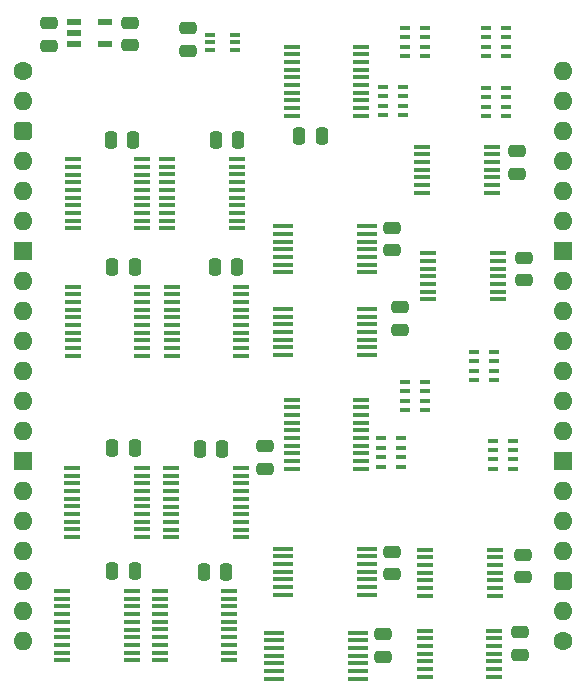
<source format=gts>
%TF.GenerationSoftware,KiCad,Pcbnew,8.0.7*%
%TF.CreationDate,2025-01-04T13:16:02+02:00*%
%TF.ProjectId,GPIO 16bit,4750494f-2031-4366-9269-742e6b696361,V0*%
%TF.SameCoordinates,Original*%
%TF.FileFunction,Soldermask,Top*%
%TF.FilePolarity,Negative*%
%FSLAX46Y46*%
G04 Gerber Fmt 4.6, Leading zero omitted, Abs format (unit mm)*
G04 Created by KiCad (PCBNEW 8.0.7) date 2025-01-04 13:16:02*
%MOMM*%
%LPD*%
G01*
G04 APERTURE LIST*
G04 Aperture macros list*
%AMRoundRect*
0 Rectangle with rounded corners*
0 $1 Rounding radius*
0 $2 $3 $4 $5 $6 $7 $8 $9 X,Y pos of 4 corners*
0 Add a 4 corners polygon primitive as box body*
4,1,4,$2,$3,$4,$5,$6,$7,$8,$9,$2,$3,0*
0 Add four circle primitives for the rounded corners*
1,1,$1+$1,$2,$3*
1,1,$1+$1,$4,$5*
1,1,$1+$1,$6,$7*
1,1,$1+$1,$8,$9*
0 Add four rect primitives between the rounded corners*
20,1,$1+$1,$2,$3,$4,$5,0*
20,1,$1+$1,$4,$5,$6,$7,0*
20,1,$1+$1,$6,$7,$8,$9,0*
20,1,$1+$1,$8,$9,$2,$3,0*%
G04 Aperture macros list end*
%ADD10R,0.900000X0.450000*%
%ADD11R,1.800000X0.450000*%
%ADD12RoundRect,0.250000X-0.475000X0.250000X-0.475000X-0.250000X0.475000X-0.250000X0.475000X0.250000X0*%
%ADD13R,1.475000X0.450000*%
%ADD14R,0.950000X0.450000*%
%ADD15RoundRect,0.250000X0.250000X0.475000X-0.250000X0.475000X-0.250000X-0.475000X0.250000X-0.475000X0*%
%ADD16RoundRect,0.250000X-0.250000X-0.475000X0.250000X-0.475000X0.250000X0.475000X-0.250000X0.475000X0*%
%ADD17R,1.150000X0.600000*%
%ADD18RoundRect,0.250000X0.475000X-0.250000X0.475000X0.250000X-0.475000X0.250000X-0.475000X-0.250000X0*%
%ADD19R,0.875000X0.450000*%
%ADD20C,1.600000*%
%ADD21O,1.600000X1.600000*%
%ADD22RoundRect,0.400000X0.400000X0.400000X-0.400000X0.400000X-0.400000X-0.400000X0.400000X-0.400000X0*%
%ADD23R,1.600000X1.600000*%
%ADD24RoundRect,0.400000X-0.400000X-0.400000X0.400000X-0.400000X0.400000X0.400000X-0.400000X0.400000X0*%
G04 APERTURE END LIST*
D10*
%TO.C,RN3*%
X34026000Y1213000D03*
X34026000Y2013000D03*
X34026000Y2813000D03*
X34026000Y3613000D03*
X32326000Y3613000D03*
X32326000Y2813000D03*
X32326000Y2013000D03*
X32326000Y1213000D03*
%TD*%
D11*
%TO.C,IC14*%
X21960000Y-20163000D03*
X21960000Y-20813000D03*
X21960000Y-21463000D03*
X21960000Y-22113000D03*
X21960000Y-22763000D03*
X21960000Y-23413000D03*
X21960000Y-24063000D03*
X29060000Y-24063000D03*
X29060000Y-23413000D03*
X29060000Y-22763000D03*
X29060000Y-22113000D03*
X29060000Y-21463000D03*
X29060000Y-20813000D03*
X29060000Y-20163000D03*
%TD*%
D12*
%TO.C,C19*%
X42418000Y-15830000D03*
X42418000Y-17730000D03*
%TD*%
D11*
%TO.C,IC9*%
X21977000Y-40468000D03*
X21977000Y-41118000D03*
X21977000Y-41768000D03*
X21977000Y-42418000D03*
X21977000Y-43068000D03*
X21977000Y-43718000D03*
X21977000Y-44368000D03*
X29077000Y-44368000D03*
X29077000Y-43718000D03*
X29077000Y-43068000D03*
X29077000Y-42418000D03*
X29077000Y-41768000D03*
X29077000Y-41118000D03*
X29077000Y-40468000D03*
%TD*%
D12*
%TO.C,C10*%
X31242000Y-40722000D03*
X31242000Y-42622000D03*
%TD*%
D13*
%TO.C,IC1*%
X3285000Y-44065000D03*
X3285000Y-44715000D03*
X3285000Y-45365000D03*
X3285000Y-46015000D03*
X3285000Y-46665000D03*
X3285000Y-47315000D03*
X3285000Y-47965000D03*
X3285000Y-48615000D03*
X3285000Y-49265000D03*
X3285000Y-49915000D03*
X9161000Y-49915000D03*
X9161000Y-49265000D03*
X9161000Y-48615000D03*
X9161000Y-47965000D03*
X9161000Y-47315000D03*
X9161000Y-46665000D03*
X9161000Y-46015000D03*
X9161000Y-45365000D03*
X9161000Y-44715000D03*
X9161000Y-44065000D03*
%TD*%
D11*
%TO.C,IC4*%
X21215000Y-47580000D03*
X21215000Y-48230000D03*
X21215000Y-48880000D03*
X21215000Y-49530000D03*
X21215000Y-50180000D03*
X21215000Y-50830000D03*
X21215000Y-51480000D03*
X28315000Y-51480000D03*
X28315000Y-50830000D03*
X28315000Y-50180000D03*
X28315000Y-49530000D03*
X28315000Y-48880000D03*
X28315000Y-48230000D03*
X28315000Y-47580000D03*
%TD*%
D14*
%TO.C,CN1*%
X39155000Y-1467000D03*
X39155000Y-2267000D03*
X39155000Y-3067000D03*
X39155000Y-3867000D03*
X40855000Y-3867000D03*
X40855000Y-3067000D03*
X40855000Y-2267000D03*
X40855000Y-1467000D03*
%TD*%
D13*
%TO.C,IC21*%
X34002000Y-47408000D03*
X34002000Y-48058000D03*
X34002000Y-48708000D03*
X34002000Y-49358000D03*
X34002000Y-50008000D03*
X34002000Y-50658000D03*
X34002000Y-51308000D03*
X39878000Y-51308000D03*
X39878000Y-50658000D03*
X39878000Y-50008000D03*
X39878000Y-49358000D03*
X39878000Y-48708000D03*
X39878000Y-48058000D03*
X39878000Y-47408000D03*
%TD*%
D15*
%TO.C,C6*%
X18206000Y-5842000D03*
X16306000Y-5842000D03*
%TD*%
D12*
%TO.C,C15*%
X42020000Y-47550000D03*
X42020000Y-49450000D03*
%TD*%
%TO.C,C1*%
X41783000Y-6813000D03*
X41783000Y-8713000D03*
%TD*%
D15*
%TO.C,C17*%
X9426000Y-42369000D03*
X7526000Y-42369000D03*
%TD*%
D10*
%TO.C,RN4*%
X32138000Y-3777000D03*
X32138000Y-2977000D03*
X32138000Y-2177000D03*
X32138000Y-1377000D03*
X30438000Y-1377000D03*
X30438000Y-2177000D03*
X30438000Y-2977000D03*
X30438000Y-3777000D03*
%TD*%
D13*
%TO.C,IC13*%
X28592000Y-3814000D03*
X28592000Y-3164000D03*
X28592000Y-2514000D03*
X28592000Y-1864000D03*
X28592000Y-1214000D03*
X28592000Y-564000D03*
X28592000Y86000D03*
X28592000Y736000D03*
X28592000Y1386000D03*
X28592000Y2036000D03*
X22716000Y2036000D03*
X22716000Y1386000D03*
X22716000Y736000D03*
X22716000Y86000D03*
X22716000Y-564000D03*
X22716000Y-1214000D03*
X22716000Y-1864000D03*
X22716000Y-2514000D03*
X22716000Y-3164000D03*
X22716000Y-3814000D03*
%TD*%
%TO.C,IC10*%
X4157000Y-18280000D03*
X4157000Y-18930000D03*
X4157000Y-19580000D03*
X4157000Y-20230000D03*
X4157000Y-20880000D03*
X4157000Y-21530000D03*
X4157000Y-22180000D03*
X4157000Y-22830000D03*
X4157000Y-23480000D03*
X4157000Y-24130000D03*
X10033000Y-24130000D03*
X10033000Y-23480000D03*
X10033000Y-22830000D03*
X10033000Y-22180000D03*
X10033000Y-21530000D03*
X10033000Y-20880000D03*
X10033000Y-20230000D03*
X10033000Y-19580000D03*
X10033000Y-18930000D03*
X10033000Y-18280000D03*
%TD*%
D12*
%TO.C,C2*%
X31877000Y-20021000D03*
X31877000Y-21921000D03*
%TD*%
D16*
%TO.C,C7*%
X23340000Y-5562000D03*
X25240000Y-5562000D03*
%TD*%
D13*
%TO.C,IC11*%
X12539000Y-18280000D03*
X12539000Y-18930000D03*
X12539000Y-19580000D03*
X12539000Y-20230000D03*
X12539000Y-20880000D03*
X12539000Y-21530000D03*
X12539000Y-22180000D03*
X12539000Y-22830000D03*
X12539000Y-23480000D03*
X12539000Y-24130000D03*
X18415000Y-24130000D03*
X18415000Y-23480000D03*
X18415000Y-22830000D03*
X18415000Y-22180000D03*
X18415000Y-21530000D03*
X18415000Y-20880000D03*
X18415000Y-20230000D03*
X18415000Y-19580000D03*
X18415000Y-18930000D03*
X18415000Y-18280000D03*
%TD*%
%TO.C,IC5*%
X4123000Y-33640000D03*
X4123000Y-34290000D03*
X4123000Y-34940000D03*
X4123000Y-35590000D03*
X4123000Y-36240000D03*
X4123000Y-36890000D03*
X4123000Y-37540000D03*
X4123000Y-38190000D03*
X4123000Y-38840000D03*
X4123000Y-39490000D03*
X9999000Y-39490000D03*
X9999000Y-38840000D03*
X9999000Y-38190000D03*
X9999000Y-37540000D03*
X9999000Y-36890000D03*
X9999000Y-36240000D03*
X9999000Y-35590000D03*
X9999000Y-34940000D03*
X9999000Y-34290000D03*
X9999000Y-33640000D03*
%TD*%
D12*
%TO.C,C18*%
X31242000Y-13290000D03*
X31242000Y-15190000D03*
%TD*%
%TO.C,C20*%
X30480000Y-47707000D03*
X30480000Y-49607000D03*
%TD*%
D15*
%TO.C,C9*%
X9316000Y-5842000D03*
X7416000Y-5842000D03*
%TD*%
D13*
%TO.C,IC12*%
X33765000Y-6432000D03*
X33765000Y-7082000D03*
X33765000Y-7732000D03*
X33765000Y-8382000D03*
X33765000Y-9032000D03*
X33765000Y-9682000D03*
X33765000Y-10332000D03*
X39641000Y-10332000D03*
X39641000Y-9682000D03*
X39641000Y-9032000D03*
X39641000Y-8382000D03*
X39641000Y-7732000D03*
X39641000Y-7082000D03*
X39641000Y-6432000D03*
%TD*%
D10*
%TO.C,RN1*%
X31994000Y-33521000D03*
X31994000Y-32721000D03*
X31994000Y-31921000D03*
X31994000Y-31121000D03*
X30294000Y-31121000D03*
X30294000Y-31921000D03*
X30294000Y-32721000D03*
X30294000Y-33521000D03*
%TD*%
D15*
%TO.C,C8*%
X18079000Y-16637000D03*
X16179000Y-16637000D03*
%TD*%
D13*
%TO.C,IC3*%
X34009500Y-40550000D03*
X34009500Y-41200000D03*
X34009500Y-41850000D03*
X34009500Y-42500000D03*
X34009500Y-43150000D03*
X34009500Y-43800000D03*
X34009500Y-44450000D03*
X39885500Y-44450000D03*
X39885500Y-43800000D03*
X39885500Y-43150000D03*
X39885500Y-42500000D03*
X39885500Y-41850000D03*
X39885500Y-41200000D03*
X39885500Y-40550000D03*
%TD*%
D10*
%TO.C,RN2*%
X34026000Y-28759000D03*
X34026000Y-27959000D03*
X34026000Y-27159000D03*
X34026000Y-26359000D03*
X32326000Y-26359000D03*
X32326000Y-27159000D03*
X32326000Y-27959000D03*
X32326000Y-28759000D03*
%TD*%
D17*
%TO.C,IC19*%
X4288000Y4125000D03*
X4288000Y3175000D03*
X4288000Y2225000D03*
X6888000Y2225000D03*
X6888000Y4125000D03*
%TD*%
D14*
%TO.C,CN2*%
X39155000Y3613000D03*
X39155000Y2813000D03*
X39155000Y2013000D03*
X39155000Y1213000D03*
X40855000Y1213000D03*
X40855000Y2013000D03*
X40855000Y2813000D03*
X40855000Y3613000D03*
%TD*%
D13*
%TO.C,IC8*%
X12522000Y-33651000D03*
X12522000Y-34301000D03*
X12522000Y-34951000D03*
X12522000Y-35601000D03*
X12522000Y-36251000D03*
X12522000Y-36901000D03*
X12522000Y-37551000D03*
X12522000Y-38201000D03*
X12522000Y-38851000D03*
X12522000Y-39501000D03*
X18398000Y-39501000D03*
X18398000Y-38851000D03*
X18398000Y-38201000D03*
X18398000Y-37551000D03*
X18398000Y-36901000D03*
X18398000Y-36251000D03*
X18398000Y-35601000D03*
X18398000Y-34951000D03*
X18398000Y-34301000D03*
X18398000Y-33651000D03*
%TD*%
D11*
%TO.C,IC18*%
X21960000Y-13163000D03*
X21960000Y-13813000D03*
X21960000Y-14463000D03*
X21960000Y-15113000D03*
X21960000Y-15763000D03*
X21960000Y-16413000D03*
X21960000Y-17063000D03*
X29060000Y-17063000D03*
X29060000Y-16413000D03*
X29060000Y-15763000D03*
X29060000Y-15113000D03*
X29060000Y-14463000D03*
X29060000Y-13813000D03*
X29060000Y-13163000D03*
%TD*%
D12*
%TO.C,C5*%
X13970000Y3601000D03*
X13970000Y1701000D03*
%TD*%
D13*
%TO.C,IC6*%
X34273000Y-15449000D03*
X34273000Y-16099000D03*
X34273000Y-16749000D03*
X34273000Y-17399000D03*
X34273000Y-18049000D03*
X34273000Y-18699000D03*
X34273000Y-19349000D03*
X40149000Y-19349000D03*
X40149000Y-18699000D03*
X40149000Y-18049000D03*
X40149000Y-17399000D03*
X40149000Y-16749000D03*
X40149000Y-16099000D03*
X40149000Y-15449000D03*
%TD*%
D15*
%TO.C,C3*%
X9426000Y-16633000D03*
X7526000Y-16633000D03*
%TD*%
D12*
%TO.C,C12*%
X42291000Y-40976000D03*
X42291000Y-42876000D03*
%TD*%
D15*
%TO.C,C11*%
X9426000Y-31955000D03*
X7526000Y-31955000D03*
%TD*%
D18*
%TO.C,C14*%
X20447000Y-33700000D03*
X20447000Y-31800000D03*
%TD*%
D15*
%TO.C,C16*%
X17190000Y-42418000D03*
X15290000Y-42418000D03*
%TD*%
D18*
%TO.C,C13*%
X2159000Y2114000D03*
X2159000Y4014000D03*
%TD*%
D14*
%TO.C,CN3*%
X39790000Y-31312000D03*
X39790000Y-32112000D03*
X39790000Y-32912000D03*
X39790000Y-33712000D03*
X41490000Y-33712000D03*
X41490000Y-32912000D03*
X41490000Y-32112000D03*
X41490000Y-31312000D03*
%TD*%
D13*
%TO.C,IC16*%
X12175000Y-7489000D03*
X12175000Y-8139000D03*
X12175000Y-8789000D03*
X12175000Y-9439000D03*
X12175000Y-10089000D03*
X12175000Y-10739000D03*
X12175000Y-11389000D03*
X12175000Y-12039000D03*
X12175000Y-12689000D03*
X12175000Y-13339000D03*
X18051000Y-13339000D03*
X18051000Y-12689000D03*
X18051000Y-12039000D03*
X18051000Y-11389000D03*
X18051000Y-10739000D03*
X18051000Y-10089000D03*
X18051000Y-9439000D03*
X18051000Y-8789000D03*
X18051000Y-8139000D03*
X18051000Y-7489000D03*
%TD*%
D14*
%TO.C,CN4*%
X38139000Y-23819000D03*
X38139000Y-24619000D03*
X38139000Y-25419000D03*
X38139000Y-26219000D03*
X39839000Y-26219000D03*
X39839000Y-25419000D03*
X39839000Y-24619000D03*
X39839000Y-23819000D03*
%TD*%
D13*
%TO.C,IC2*%
X28592000Y-33700000D03*
X28592000Y-33050000D03*
X28592000Y-32400000D03*
X28592000Y-31750000D03*
X28592000Y-31100000D03*
X28592000Y-30450000D03*
X28592000Y-29800000D03*
X28592000Y-29150000D03*
X28592000Y-28500000D03*
X28592000Y-27850000D03*
X22716000Y-27850000D03*
X22716000Y-28500000D03*
X22716000Y-29150000D03*
X22716000Y-29800000D03*
X22716000Y-30450000D03*
X22716000Y-31100000D03*
X22716000Y-31750000D03*
X22716000Y-32400000D03*
X22716000Y-33050000D03*
X22716000Y-33700000D03*
%TD*%
D12*
%TO.C,C21*%
X9017000Y4059000D03*
X9017000Y2159000D03*
%TD*%
D15*
%TO.C,C4*%
X16809000Y-32004000D03*
X14909000Y-32004000D03*
%TD*%
D13*
%TO.C,IC15*%
X4174000Y-7496000D03*
X4174000Y-8146000D03*
X4174000Y-8796000D03*
X4174000Y-9446000D03*
X4174000Y-10096000D03*
X4174000Y-10746000D03*
X4174000Y-11396000D03*
X4174000Y-12046000D03*
X4174000Y-12696000D03*
X4174000Y-13346000D03*
X10050000Y-13346000D03*
X10050000Y-12696000D03*
X10050000Y-12046000D03*
X10050000Y-11396000D03*
X10050000Y-10746000D03*
X10050000Y-10096000D03*
X10050000Y-9446000D03*
X10050000Y-8796000D03*
X10050000Y-8146000D03*
X10050000Y-7496000D03*
%TD*%
D19*
%TO.C,IC17*%
X15829000Y3063000D03*
X15829000Y2413000D03*
X15829000Y1763000D03*
X17953000Y1763000D03*
X17953000Y2413000D03*
X17953000Y3063000D03*
%TD*%
D13*
%TO.C,IC7*%
X11523000Y-44061000D03*
X11523000Y-44711000D03*
X11523000Y-45361000D03*
X11523000Y-46011000D03*
X11523000Y-46661000D03*
X11523000Y-47311000D03*
X11523000Y-47961000D03*
X11523000Y-48611000D03*
X11523000Y-49261000D03*
X11523000Y-49911000D03*
X17399000Y-49911000D03*
X17399000Y-49261000D03*
X17399000Y-48611000D03*
X17399000Y-47961000D03*
X17399000Y-47311000D03*
X17399000Y-46661000D03*
X17399000Y-46011000D03*
X17399000Y-45361000D03*
X17399000Y-44711000D03*
X17399000Y-44061000D03*
%TD*%
D20*
%TO.C,J2*%
X0Y0D03*
D21*
X0Y-2540000D03*
D22*
X0Y-5080000D03*
D21*
X0Y-7620000D03*
X0Y-10160000D03*
X0Y-12700000D03*
D23*
X0Y-15240000D03*
D21*
X0Y-17780000D03*
X0Y-20320000D03*
X0Y-22860000D03*
X0Y-25400000D03*
X0Y-27940000D03*
X0Y-30480000D03*
D23*
X0Y-33020000D03*
D21*
X0Y-35560000D03*
X0Y-38100000D03*
X0Y-40640000D03*
X0Y-43180000D03*
X0Y-45720000D03*
X0Y-48260000D03*
%TD*%
D20*
%TO.C,J1*%
X45720000Y-48260000D03*
D21*
X45720000Y-45720000D03*
D24*
X45720000Y-43180000D03*
D21*
X45720000Y-40640000D03*
X45720000Y-38100000D03*
X45720000Y-35560000D03*
D23*
X45720000Y-33020000D03*
D21*
X45720000Y-30480000D03*
X45720000Y-27940000D03*
X45720000Y-25400000D03*
X45720000Y-22860000D03*
X45720000Y-20320000D03*
X45720000Y-17780000D03*
D23*
X45720000Y-15240000D03*
D21*
X45720000Y-12700000D03*
X45720000Y-10160000D03*
X45720000Y-7620000D03*
X45720000Y-5080000D03*
X45720000Y-2540000D03*
X45720000Y0D03*
%TD*%
M02*

</source>
